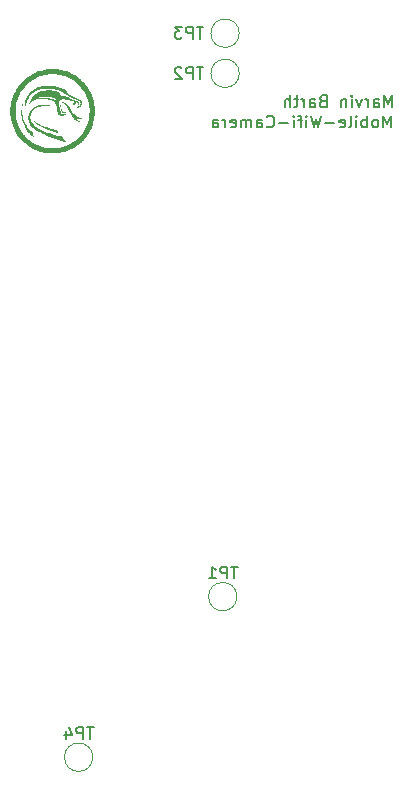
<source format=gbo>
G04 #@! TF.GenerationSoftware,KiCad,Pcbnew,7.0.9*
G04 #@! TF.CreationDate,2024-01-11T22:43:50+01:00*
G04 #@! TF.ProjectId,CameraV1,43616d65-7261-4563-912e-6b696361645f,rev?*
G04 #@! TF.SameCoordinates,Original*
G04 #@! TF.FileFunction,Legend,Bot*
G04 #@! TF.FilePolarity,Positive*
%FSLAX46Y46*%
G04 Gerber Fmt 4.6, Leading zero omitted, Abs format (unit mm)*
G04 Created by KiCad (PCBNEW 7.0.9) date 2024-01-11 22:43:50*
%MOMM*%
%LPD*%
G01*
G04 APERTURE LIST*
G04 Aperture macros list*
%AMRoundRect*
0 Rectangle with rounded corners*
0 $1 Rounding radius*
0 $2 $3 $4 $5 $6 $7 $8 $9 X,Y pos of 4 corners*
0 Add a 4 corners polygon primitive as box body*
4,1,4,$2,$3,$4,$5,$6,$7,$8,$9,$2,$3,0*
0 Add four circle primitives for the rounded corners*
1,1,$1+$1,$2,$3*
1,1,$1+$1,$4,$5*
1,1,$1+$1,$6,$7*
1,1,$1+$1,$8,$9*
0 Add four rect primitives between the rounded corners*
20,1,$1+$1,$2,$3,$4,$5,0*
20,1,$1+$1,$4,$5,$6,$7,0*
20,1,$1+$1,$6,$7,$8,$9,0*
20,1,$1+$1,$8,$9,$2,$3,0*%
G04 Aperture macros list end*
%ADD10C,0.150000*%
%ADD11C,0.120000*%
%ADD12R,1.700000X1.700000*%
%ADD13O,1.700000X1.700000*%
%ADD14C,2.900000*%
%ADD15C,5.000000*%
%ADD16O,1.000000X2.100000*%
%ADD17O,1.000000X1.800000*%
%ADD18RoundRect,0.249999X-1.025001X-1.025001X1.025001X-1.025001X1.025001X1.025001X-1.025001X1.025001X0*%
%ADD19C,2.000000*%
G04 APERTURE END LIST*
D10*
X134463220Y-69469819D02*
X134463220Y-68469819D01*
X134463220Y-68469819D02*
X134129887Y-69184104D01*
X134129887Y-69184104D02*
X133796554Y-68469819D01*
X133796554Y-68469819D02*
X133796554Y-69469819D01*
X133177506Y-69469819D02*
X133272744Y-69422200D01*
X133272744Y-69422200D02*
X133320363Y-69374580D01*
X133320363Y-69374580D02*
X133367982Y-69279342D01*
X133367982Y-69279342D02*
X133367982Y-68993628D01*
X133367982Y-68993628D02*
X133320363Y-68898390D01*
X133320363Y-68898390D02*
X133272744Y-68850771D01*
X133272744Y-68850771D02*
X133177506Y-68803152D01*
X133177506Y-68803152D02*
X133034649Y-68803152D01*
X133034649Y-68803152D02*
X132939411Y-68850771D01*
X132939411Y-68850771D02*
X132891792Y-68898390D01*
X132891792Y-68898390D02*
X132844173Y-68993628D01*
X132844173Y-68993628D02*
X132844173Y-69279342D01*
X132844173Y-69279342D02*
X132891792Y-69374580D01*
X132891792Y-69374580D02*
X132939411Y-69422200D01*
X132939411Y-69422200D02*
X133034649Y-69469819D01*
X133034649Y-69469819D02*
X133177506Y-69469819D01*
X132415601Y-69469819D02*
X132415601Y-68469819D01*
X132415601Y-68850771D02*
X132320363Y-68803152D01*
X132320363Y-68803152D02*
X132129887Y-68803152D01*
X132129887Y-68803152D02*
X132034649Y-68850771D01*
X132034649Y-68850771D02*
X131987030Y-68898390D01*
X131987030Y-68898390D02*
X131939411Y-68993628D01*
X131939411Y-68993628D02*
X131939411Y-69279342D01*
X131939411Y-69279342D02*
X131987030Y-69374580D01*
X131987030Y-69374580D02*
X132034649Y-69422200D01*
X132034649Y-69422200D02*
X132129887Y-69469819D01*
X132129887Y-69469819D02*
X132320363Y-69469819D01*
X132320363Y-69469819D02*
X132415601Y-69422200D01*
X131510839Y-69469819D02*
X131510839Y-68803152D01*
X131510839Y-68469819D02*
X131558458Y-68517438D01*
X131558458Y-68517438D02*
X131510839Y-68565057D01*
X131510839Y-68565057D02*
X131463220Y-68517438D01*
X131463220Y-68517438D02*
X131510839Y-68469819D01*
X131510839Y-68469819D02*
X131510839Y-68565057D01*
X130891792Y-69469819D02*
X130987030Y-69422200D01*
X130987030Y-69422200D02*
X131034649Y-69326961D01*
X131034649Y-69326961D02*
X131034649Y-68469819D01*
X130129887Y-69422200D02*
X130225125Y-69469819D01*
X130225125Y-69469819D02*
X130415601Y-69469819D01*
X130415601Y-69469819D02*
X130510839Y-69422200D01*
X130510839Y-69422200D02*
X130558458Y-69326961D01*
X130558458Y-69326961D02*
X130558458Y-68946009D01*
X130558458Y-68946009D02*
X130510839Y-68850771D01*
X130510839Y-68850771D02*
X130415601Y-68803152D01*
X130415601Y-68803152D02*
X130225125Y-68803152D01*
X130225125Y-68803152D02*
X130129887Y-68850771D01*
X130129887Y-68850771D02*
X130082268Y-68946009D01*
X130082268Y-68946009D02*
X130082268Y-69041247D01*
X130082268Y-69041247D02*
X130558458Y-69136485D01*
X129653696Y-69088866D02*
X128891792Y-69088866D01*
X128510839Y-68469819D02*
X128272744Y-69469819D01*
X128272744Y-69469819D02*
X128082268Y-68755533D01*
X128082268Y-68755533D02*
X127891792Y-69469819D01*
X127891792Y-69469819D02*
X127653697Y-68469819D01*
X127272744Y-69469819D02*
X127272744Y-68803152D01*
X127272744Y-68469819D02*
X127320363Y-68517438D01*
X127320363Y-68517438D02*
X127272744Y-68565057D01*
X127272744Y-68565057D02*
X127225125Y-68517438D01*
X127225125Y-68517438D02*
X127272744Y-68469819D01*
X127272744Y-68469819D02*
X127272744Y-68565057D01*
X126939411Y-68803152D02*
X126558459Y-68803152D01*
X126796554Y-69469819D02*
X126796554Y-68612676D01*
X126796554Y-68612676D02*
X126748935Y-68517438D01*
X126748935Y-68517438D02*
X126653697Y-68469819D01*
X126653697Y-68469819D02*
X126558459Y-68469819D01*
X126225125Y-69469819D02*
X126225125Y-68803152D01*
X126225125Y-68469819D02*
X126272744Y-68517438D01*
X126272744Y-68517438D02*
X126225125Y-68565057D01*
X126225125Y-68565057D02*
X126177506Y-68517438D01*
X126177506Y-68517438D02*
X126225125Y-68469819D01*
X126225125Y-68469819D02*
X126225125Y-68565057D01*
X125748935Y-69088866D02*
X124987031Y-69088866D01*
X123939412Y-69374580D02*
X123987031Y-69422200D01*
X123987031Y-69422200D02*
X124129888Y-69469819D01*
X124129888Y-69469819D02*
X124225126Y-69469819D01*
X124225126Y-69469819D02*
X124367983Y-69422200D01*
X124367983Y-69422200D02*
X124463221Y-69326961D01*
X124463221Y-69326961D02*
X124510840Y-69231723D01*
X124510840Y-69231723D02*
X124558459Y-69041247D01*
X124558459Y-69041247D02*
X124558459Y-68898390D01*
X124558459Y-68898390D02*
X124510840Y-68707914D01*
X124510840Y-68707914D02*
X124463221Y-68612676D01*
X124463221Y-68612676D02*
X124367983Y-68517438D01*
X124367983Y-68517438D02*
X124225126Y-68469819D01*
X124225126Y-68469819D02*
X124129888Y-68469819D01*
X124129888Y-68469819D02*
X123987031Y-68517438D01*
X123987031Y-68517438D02*
X123939412Y-68565057D01*
X123082269Y-69469819D02*
X123082269Y-68946009D01*
X123082269Y-68946009D02*
X123129888Y-68850771D01*
X123129888Y-68850771D02*
X123225126Y-68803152D01*
X123225126Y-68803152D02*
X123415602Y-68803152D01*
X123415602Y-68803152D02*
X123510840Y-68850771D01*
X123082269Y-69422200D02*
X123177507Y-69469819D01*
X123177507Y-69469819D02*
X123415602Y-69469819D01*
X123415602Y-69469819D02*
X123510840Y-69422200D01*
X123510840Y-69422200D02*
X123558459Y-69326961D01*
X123558459Y-69326961D02*
X123558459Y-69231723D01*
X123558459Y-69231723D02*
X123510840Y-69136485D01*
X123510840Y-69136485D02*
X123415602Y-69088866D01*
X123415602Y-69088866D02*
X123177507Y-69088866D01*
X123177507Y-69088866D02*
X123082269Y-69041247D01*
X122606078Y-69469819D02*
X122606078Y-68803152D01*
X122606078Y-68898390D02*
X122558459Y-68850771D01*
X122558459Y-68850771D02*
X122463221Y-68803152D01*
X122463221Y-68803152D02*
X122320364Y-68803152D01*
X122320364Y-68803152D02*
X122225126Y-68850771D01*
X122225126Y-68850771D02*
X122177507Y-68946009D01*
X122177507Y-68946009D02*
X122177507Y-69469819D01*
X122177507Y-68946009D02*
X122129888Y-68850771D01*
X122129888Y-68850771D02*
X122034650Y-68803152D01*
X122034650Y-68803152D02*
X121891793Y-68803152D01*
X121891793Y-68803152D02*
X121796554Y-68850771D01*
X121796554Y-68850771D02*
X121748935Y-68946009D01*
X121748935Y-68946009D02*
X121748935Y-69469819D01*
X120891793Y-69422200D02*
X120987031Y-69469819D01*
X120987031Y-69469819D02*
X121177507Y-69469819D01*
X121177507Y-69469819D02*
X121272745Y-69422200D01*
X121272745Y-69422200D02*
X121320364Y-69326961D01*
X121320364Y-69326961D02*
X121320364Y-68946009D01*
X121320364Y-68946009D02*
X121272745Y-68850771D01*
X121272745Y-68850771D02*
X121177507Y-68803152D01*
X121177507Y-68803152D02*
X120987031Y-68803152D01*
X120987031Y-68803152D02*
X120891793Y-68850771D01*
X120891793Y-68850771D02*
X120844174Y-68946009D01*
X120844174Y-68946009D02*
X120844174Y-69041247D01*
X120844174Y-69041247D02*
X121320364Y-69136485D01*
X120415602Y-69469819D02*
X120415602Y-68803152D01*
X120415602Y-68993628D02*
X120367983Y-68898390D01*
X120367983Y-68898390D02*
X120320364Y-68850771D01*
X120320364Y-68850771D02*
X120225126Y-68803152D01*
X120225126Y-68803152D02*
X120129888Y-68803152D01*
X119367983Y-69469819D02*
X119367983Y-68946009D01*
X119367983Y-68946009D02*
X119415602Y-68850771D01*
X119415602Y-68850771D02*
X119510840Y-68803152D01*
X119510840Y-68803152D02*
X119701316Y-68803152D01*
X119701316Y-68803152D02*
X119796554Y-68850771D01*
X119367983Y-69422200D02*
X119463221Y-69469819D01*
X119463221Y-69469819D02*
X119701316Y-69469819D01*
X119701316Y-69469819D02*
X119796554Y-69422200D01*
X119796554Y-69422200D02*
X119844173Y-69326961D01*
X119844173Y-69326961D02*
X119844173Y-69231723D01*
X119844173Y-69231723D02*
X119796554Y-69136485D01*
X119796554Y-69136485D02*
X119701316Y-69088866D01*
X119701316Y-69088866D02*
X119463221Y-69088866D01*
X119463221Y-69088866D02*
X119367983Y-69041247D01*
X134563220Y-67769819D02*
X134563220Y-66769819D01*
X134563220Y-66769819D02*
X134229887Y-67484104D01*
X134229887Y-67484104D02*
X133896554Y-66769819D01*
X133896554Y-66769819D02*
X133896554Y-67769819D01*
X132991792Y-67769819D02*
X132991792Y-67246009D01*
X132991792Y-67246009D02*
X133039411Y-67150771D01*
X133039411Y-67150771D02*
X133134649Y-67103152D01*
X133134649Y-67103152D02*
X133325125Y-67103152D01*
X133325125Y-67103152D02*
X133420363Y-67150771D01*
X132991792Y-67722200D02*
X133087030Y-67769819D01*
X133087030Y-67769819D02*
X133325125Y-67769819D01*
X133325125Y-67769819D02*
X133420363Y-67722200D01*
X133420363Y-67722200D02*
X133467982Y-67626961D01*
X133467982Y-67626961D02*
X133467982Y-67531723D01*
X133467982Y-67531723D02*
X133420363Y-67436485D01*
X133420363Y-67436485D02*
X133325125Y-67388866D01*
X133325125Y-67388866D02*
X133087030Y-67388866D01*
X133087030Y-67388866D02*
X132991792Y-67341247D01*
X132515601Y-67769819D02*
X132515601Y-67103152D01*
X132515601Y-67293628D02*
X132467982Y-67198390D01*
X132467982Y-67198390D02*
X132420363Y-67150771D01*
X132420363Y-67150771D02*
X132325125Y-67103152D01*
X132325125Y-67103152D02*
X132229887Y-67103152D01*
X131991791Y-67103152D02*
X131753696Y-67769819D01*
X131753696Y-67769819D02*
X131515601Y-67103152D01*
X131134648Y-67769819D02*
X131134648Y-67103152D01*
X131134648Y-66769819D02*
X131182267Y-66817438D01*
X131182267Y-66817438D02*
X131134648Y-66865057D01*
X131134648Y-66865057D02*
X131087029Y-66817438D01*
X131087029Y-66817438D02*
X131134648Y-66769819D01*
X131134648Y-66769819D02*
X131134648Y-66865057D01*
X130658458Y-67103152D02*
X130658458Y-67769819D01*
X130658458Y-67198390D02*
X130610839Y-67150771D01*
X130610839Y-67150771D02*
X130515601Y-67103152D01*
X130515601Y-67103152D02*
X130372744Y-67103152D01*
X130372744Y-67103152D02*
X130277506Y-67150771D01*
X130277506Y-67150771D02*
X130229887Y-67246009D01*
X130229887Y-67246009D02*
X130229887Y-67769819D01*
X128658458Y-67246009D02*
X128515601Y-67293628D01*
X128515601Y-67293628D02*
X128467982Y-67341247D01*
X128467982Y-67341247D02*
X128420363Y-67436485D01*
X128420363Y-67436485D02*
X128420363Y-67579342D01*
X128420363Y-67579342D02*
X128467982Y-67674580D01*
X128467982Y-67674580D02*
X128515601Y-67722200D01*
X128515601Y-67722200D02*
X128610839Y-67769819D01*
X128610839Y-67769819D02*
X128991791Y-67769819D01*
X128991791Y-67769819D02*
X128991791Y-66769819D01*
X128991791Y-66769819D02*
X128658458Y-66769819D01*
X128658458Y-66769819D02*
X128563220Y-66817438D01*
X128563220Y-66817438D02*
X128515601Y-66865057D01*
X128515601Y-66865057D02*
X128467982Y-66960295D01*
X128467982Y-66960295D02*
X128467982Y-67055533D01*
X128467982Y-67055533D02*
X128515601Y-67150771D01*
X128515601Y-67150771D02*
X128563220Y-67198390D01*
X128563220Y-67198390D02*
X128658458Y-67246009D01*
X128658458Y-67246009D02*
X128991791Y-67246009D01*
X127563220Y-67769819D02*
X127563220Y-67246009D01*
X127563220Y-67246009D02*
X127610839Y-67150771D01*
X127610839Y-67150771D02*
X127706077Y-67103152D01*
X127706077Y-67103152D02*
X127896553Y-67103152D01*
X127896553Y-67103152D02*
X127991791Y-67150771D01*
X127563220Y-67722200D02*
X127658458Y-67769819D01*
X127658458Y-67769819D02*
X127896553Y-67769819D01*
X127896553Y-67769819D02*
X127991791Y-67722200D01*
X127991791Y-67722200D02*
X128039410Y-67626961D01*
X128039410Y-67626961D02*
X128039410Y-67531723D01*
X128039410Y-67531723D02*
X127991791Y-67436485D01*
X127991791Y-67436485D02*
X127896553Y-67388866D01*
X127896553Y-67388866D02*
X127658458Y-67388866D01*
X127658458Y-67388866D02*
X127563220Y-67341247D01*
X127087029Y-67769819D02*
X127087029Y-67103152D01*
X127087029Y-67293628D02*
X127039410Y-67198390D01*
X127039410Y-67198390D02*
X126991791Y-67150771D01*
X126991791Y-67150771D02*
X126896553Y-67103152D01*
X126896553Y-67103152D02*
X126801315Y-67103152D01*
X126610838Y-67103152D02*
X126229886Y-67103152D01*
X126467981Y-66769819D02*
X126467981Y-67626961D01*
X126467981Y-67626961D02*
X126420362Y-67722200D01*
X126420362Y-67722200D02*
X126325124Y-67769819D01*
X126325124Y-67769819D02*
X126229886Y-67769819D01*
X125896552Y-67769819D02*
X125896552Y-66769819D01*
X125467981Y-67769819D02*
X125467981Y-67246009D01*
X125467981Y-67246009D02*
X125515600Y-67150771D01*
X125515600Y-67150771D02*
X125610838Y-67103152D01*
X125610838Y-67103152D02*
X125753695Y-67103152D01*
X125753695Y-67103152D02*
X125848933Y-67150771D01*
X125848933Y-67150771D02*
X125896552Y-67198390D01*
X118561904Y-60954819D02*
X117990476Y-60954819D01*
X118276190Y-61954819D02*
X118276190Y-60954819D01*
X117657142Y-61954819D02*
X117657142Y-60954819D01*
X117657142Y-60954819D02*
X117276190Y-60954819D01*
X117276190Y-60954819D02*
X117180952Y-61002438D01*
X117180952Y-61002438D02*
X117133333Y-61050057D01*
X117133333Y-61050057D02*
X117085714Y-61145295D01*
X117085714Y-61145295D02*
X117085714Y-61288152D01*
X117085714Y-61288152D02*
X117133333Y-61383390D01*
X117133333Y-61383390D02*
X117180952Y-61431009D01*
X117180952Y-61431009D02*
X117276190Y-61478628D01*
X117276190Y-61478628D02*
X117657142Y-61478628D01*
X116752380Y-60954819D02*
X116133333Y-60954819D01*
X116133333Y-60954819D02*
X116466666Y-61335771D01*
X116466666Y-61335771D02*
X116323809Y-61335771D01*
X116323809Y-61335771D02*
X116228571Y-61383390D01*
X116228571Y-61383390D02*
X116180952Y-61431009D01*
X116180952Y-61431009D02*
X116133333Y-61526247D01*
X116133333Y-61526247D02*
X116133333Y-61764342D01*
X116133333Y-61764342D02*
X116180952Y-61859580D01*
X116180952Y-61859580D02*
X116228571Y-61907200D01*
X116228571Y-61907200D02*
X116323809Y-61954819D01*
X116323809Y-61954819D02*
X116609523Y-61954819D01*
X116609523Y-61954819D02*
X116704761Y-61907200D01*
X116704761Y-61907200D02*
X116752380Y-61859580D01*
X109261904Y-120256819D02*
X108690476Y-120256819D01*
X108976190Y-121256819D02*
X108976190Y-120256819D01*
X108357142Y-121256819D02*
X108357142Y-120256819D01*
X108357142Y-120256819D02*
X107976190Y-120256819D01*
X107976190Y-120256819D02*
X107880952Y-120304438D01*
X107880952Y-120304438D02*
X107833333Y-120352057D01*
X107833333Y-120352057D02*
X107785714Y-120447295D01*
X107785714Y-120447295D02*
X107785714Y-120590152D01*
X107785714Y-120590152D02*
X107833333Y-120685390D01*
X107833333Y-120685390D02*
X107880952Y-120733009D01*
X107880952Y-120733009D02*
X107976190Y-120780628D01*
X107976190Y-120780628D02*
X108357142Y-120780628D01*
X106928571Y-120590152D02*
X106928571Y-121256819D01*
X107166666Y-120209200D02*
X107404761Y-120923485D01*
X107404761Y-120923485D02*
X106785714Y-120923485D01*
X118561904Y-64354819D02*
X117990476Y-64354819D01*
X118276190Y-65354819D02*
X118276190Y-64354819D01*
X117657142Y-65354819D02*
X117657142Y-64354819D01*
X117657142Y-64354819D02*
X117276190Y-64354819D01*
X117276190Y-64354819D02*
X117180952Y-64402438D01*
X117180952Y-64402438D02*
X117133333Y-64450057D01*
X117133333Y-64450057D02*
X117085714Y-64545295D01*
X117085714Y-64545295D02*
X117085714Y-64688152D01*
X117085714Y-64688152D02*
X117133333Y-64783390D01*
X117133333Y-64783390D02*
X117180952Y-64831009D01*
X117180952Y-64831009D02*
X117276190Y-64878628D01*
X117276190Y-64878628D02*
X117657142Y-64878628D01*
X116704761Y-64450057D02*
X116657142Y-64402438D01*
X116657142Y-64402438D02*
X116561904Y-64354819D01*
X116561904Y-64354819D02*
X116323809Y-64354819D01*
X116323809Y-64354819D02*
X116228571Y-64402438D01*
X116228571Y-64402438D02*
X116180952Y-64450057D01*
X116180952Y-64450057D02*
X116133333Y-64545295D01*
X116133333Y-64545295D02*
X116133333Y-64640533D01*
X116133333Y-64640533D02*
X116180952Y-64783390D01*
X116180952Y-64783390D02*
X116752380Y-65354819D01*
X116752380Y-65354819D02*
X116133333Y-65354819D01*
X121461904Y-106656819D02*
X120890476Y-106656819D01*
X121176190Y-107656819D02*
X121176190Y-106656819D01*
X120557142Y-107656819D02*
X120557142Y-106656819D01*
X120557142Y-106656819D02*
X120176190Y-106656819D01*
X120176190Y-106656819D02*
X120080952Y-106704438D01*
X120080952Y-106704438D02*
X120033333Y-106752057D01*
X120033333Y-106752057D02*
X119985714Y-106847295D01*
X119985714Y-106847295D02*
X119985714Y-106990152D01*
X119985714Y-106990152D02*
X120033333Y-107085390D01*
X120033333Y-107085390D02*
X120080952Y-107133009D01*
X120080952Y-107133009D02*
X120176190Y-107180628D01*
X120176190Y-107180628D02*
X120557142Y-107180628D01*
X119033333Y-107656819D02*
X119604761Y-107656819D01*
X119319047Y-107656819D02*
X119319047Y-106656819D01*
X119319047Y-106656819D02*
X119414285Y-106799676D01*
X119414285Y-106799676D02*
X119509523Y-106894914D01*
X119509523Y-106894914D02*
X119604761Y-106942533D01*
D11*
X121600000Y-61500000D02*
G75*
G03*
X121600000Y-61500000I-1200000J0D01*
G01*
X109200000Y-122800000D02*
G75*
G03*
X109200000Y-122800000I-1200000J0D01*
G01*
X121600000Y-64900000D02*
G75*
G03*
X121600000Y-64900000I-1200000J0D01*
G01*
G36*
X106451121Y-67475797D02*
G01*
X106459166Y-67500292D01*
X106469258Y-67535301D01*
X106480184Y-67576814D01*
X106508461Y-67682128D01*
X106549069Y-67811103D01*
X106591662Y-67921689D01*
X106636236Y-68013878D01*
X106682787Y-68087661D01*
X106692843Y-68101193D01*
X106712296Y-68125000D01*
X106729224Y-68139084D01*
X106749279Y-68147365D01*
X106778111Y-68153762D01*
X106805595Y-68158503D01*
X106851529Y-68165036D01*
X106894890Y-68169883D01*
X106924973Y-68173399D01*
X106953644Y-68179946D01*
X106964239Y-68188110D01*
X106956562Y-68197804D01*
X106949423Y-68200403D01*
X106926446Y-68206108D01*
X106892581Y-68213172D01*
X106852237Y-68220631D01*
X106849633Y-68221081D01*
X106785633Y-68230503D01*
X106728114Y-68235890D01*
X106679956Y-68237160D01*
X106644039Y-68234233D01*
X106623242Y-68227030D01*
X106619196Y-68223667D01*
X106608040Y-68210775D01*
X106596998Y-68191379D01*
X106585178Y-68163180D01*
X106571685Y-68123879D01*
X106555626Y-68071176D01*
X106536108Y-68002771D01*
X106523580Y-67957759D01*
X106502584Y-67880740D01*
X106485952Y-67816927D01*
X106472979Y-67763335D01*
X106462958Y-67716978D01*
X106455184Y-67674868D01*
X106448950Y-67634018D01*
X106444290Y-67594891D01*
X106440818Y-67552429D01*
X106439281Y-67514978D01*
X106439725Y-67485884D01*
X106442193Y-67468495D01*
X106446731Y-67466158D01*
X106451121Y-67475797D01*
G37*
G36*
X107807034Y-67396398D02*
G01*
X107822021Y-67413841D01*
X107827926Y-67423225D01*
X107827192Y-67426152D01*
X107816465Y-67441162D01*
X107796071Y-67461978D01*
X107770034Y-67484729D01*
X107742375Y-67505545D01*
X107732552Y-67512185D01*
X107682200Y-67542698D01*
X107633688Y-67564601D01*
X107577907Y-67582135D01*
X107575973Y-67582643D01*
X107544920Y-67588878D01*
X107507233Y-67593883D01*
X107467077Y-67597447D01*
X107428616Y-67599354D01*
X107396012Y-67599394D01*
X107373431Y-67597353D01*
X107365035Y-67593019D01*
X107366089Y-67590855D01*
X107378391Y-67581225D01*
X107400048Y-67569365D01*
X107423393Y-67555344D01*
X107522348Y-67555344D01*
X107523049Y-67559437D01*
X107528192Y-67561738D01*
X107540909Y-67558472D01*
X107564198Y-67548736D01*
X107601057Y-67531627D01*
X107615431Y-67524635D01*
X107665193Y-67496990D01*
X107706456Y-67468676D01*
X107737542Y-67441346D01*
X107756773Y-67416655D01*
X107762473Y-67396258D01*
X107752963Y-67381809D01*
X107744655Y-67380035D01*
X107725072Y-67385534D01*
X107705385Y-67398223D01*
X107693329Y-67413933D01*
X107693020Y-67414699D01*
X107681782Y-67429450D01*
X107659908Y-67451007D01*
X107631604Y-67475831D01*
X107601071Y-67500383D01*
X107572514Y-67521122D01*
X107550137Y-67534509D01*
X107548078Y-67535512D01*
X107529838Y-67546608D01*
X107522348Y-67555344D01*
X107423393Y-67555344D01*
X107436506Y-67547468D01*
X107487866Y-67501180D01*
X107536506Y-67438917D01*
X107581116Y-67362176D01*
X107592087Y-67341526D01*
X107605290Y-67319580D01*
X107613819Y-67308973D01*
X107621552Y-67307531D01*
X107644476Y-67311482D01*
X107676055Y-67321657D01*
X107711708Y-67336131D01*
X107746855Y-67352978D01*
X107776914Y-67370273D01*
X107797303Y-67386091D01*
X107806902Y-67396258D01*
X107807034Y-67396398D01*
G37*
G36*
X104153050Y-68869949D02*
G01*
X104177981Y-68887679D01*
X104209606Y-68912976D01*
X104270687Y-68962178D01*
X104332020Y-69007277D01*
X104396248Y-69049720D01*
X104466991Y-69091772D01*
X104547871Y-69135698D01*
X104642508Y-69183763D01*
X104721345Y-69222000D01*
X104827319Y-69270711D01*
X104936333Y-69317592D01*
X105050896Y-69363611D01*
X105173516Y-69409732D01*
X105306702Y-69456923D01*
X105452961Y-69506150D01*
X105614801Y-69558379D01*
X105619076Y-69559719D01*
X105649109Y-69568742D01*
X105691815Y-69581165D01*
X105744148Y-69596139D01*
X105803058Y-69612813D01*
X105865499Y-69630338D01*
X105928423Y-69647865D01*
X105988781Y-69664544D01*
X106043525Y-69679525D01*
X106089609Y-69691959D01*
X106123983Y-69700996D01*
X106143600Y-69705787D01*
X106143743Y-69705817D01*
X106155733Y-69711522D01*
X106170252Y-69725080D01*
X106188948Y-69748560D01*
X106213468Y-69784026D01*
X106245460Y-69833545D01*
X106261186Y-69858404D01*
X106286166Y-69898102D01*
X106306522Y-69930724D01*
X106320483Y-69953420D01*
X106326273Y-69963342D01*
X106324856Y-69968075D01*
X106312604Y-69969139D01*
X106288195Y-69965430D01*
X106250743Y-69956717D01*
X106199362Y-69942775D01*
X106133167Y-69923374D01*
X106051271Y-69898288D01*
X105952789Y-69867289D01*
X105753976Y-69801794D01*
X105508386Y-69713667D01*
X105280718Y-69623203D01*
X105070702Y-69530272D01*
X104878068Y-69434747D01*
X104702545Y-69336499D01*
X104543863Y-69235400D01*
X104401750Y-69131321D01*
X104376071Y-69110253D01*
X104338253Y-69077135D01*
X104297888Y-69039946D01*
X104257316Y-69001029D01*
X104218875Y-68962725D01*
X104184906Y-68927376D01*
X104157746Y-68897323D01*
X104139735Y-68874907D01*
X104133212Y-68862472D01*
X104137371Y-68861477D01*
X104153050Y-68869949D01*
G37*
G36*
X103278765Y-67444114D02*
G01*
X103275264Y-67475070D01*
X103267680Y-67523025D01*
X103259548Y-67574105D01*
X103244500Y-67695343D01*
X103233597Y-67824208D01*
X103227045Y-67955620D01*
X103225050Y-68084496D01*
X103227819Y-68205754D01*
X103235558Y-68314312D01*
X103238999Y-68345687D01*
X103268345Y-68530192D01*
X103312520Y-68712292D01*
X103370563Y-68889354D01*
X103441514Y-69058745D01*
X103524414Y-69217832D01*
X103618301Y-69363981D01*
X103659892Y-69419694D01*
X103735284Y-69511388D01*
X103817726Y-69602217D01*
X103902299Y-69686857D01*
X103984085Y-69759981D01*
X103989122Y-69764176D01*
X104030528Y-69798893D01*
X104060451Y-69825467D01*
X104081319Y-69847340D01*
X104095555Y-69867952D01*
X104105586Y-69890742D01*
X104113838Y-69919150D01*
X104122737Y-69956617D01*
X104129951Y-69987396D01*
X104143356Y-70043797D01*
X104157782Y-70103785D01*
X104171148Y-70158663D01*
X104171367Y-70159556D01*
X104181729Y-70202441D01*
X104190206Y-70238808D01*
X104195930Y-70264843D01*
X104198031Y-70276727D01*
X104197931Y-70278741D01*
X104192497Y-70284945D01*
X104177910Y-70279676D01*
X104152974Y-70262280D01*
X104116491Y-70232100D01*
X104093952Y-70212120D01*
X104051779Y-70173048D01*
X104003804Y-70127127D01*
X103953935Y-70078209D01*
X103906085Y-70030146D01*
X103864162Y-69986788D01*
X103832077Y-69951987D01*
X103799949Y-69915137D01*
X103661145Y-69741732D01*
X103540007Y-69564767D01*
X103435922Y-69382954D01*
X103348275Y-69195008D01*
X103276453Y-68999644D01*
X103219842Y-68795576D01*
X103177827Y-68581517D01*
X103174507Y-68560177D01*
X103167943Y-68513067D01*
X103163150Y-68468336D01*
X103159878Y-68421806D01*
X103157876Y-68369299D01*
X103156892Y-68306636D01*
X103156676Y-68229639D01*
X103156681Y-68225749D01*
X103158083Y-68118509D01*
X103162327Y-68022570D01*
X103170028Y-67932163D01*
X103181803Y-67841518D01*
X103198269Y-67744865D01*
X103220041Y-67636435D01*
X103223119Y-67622034D01*
X103236808Y-67561117D01*
X103249262Y-67510418D01*
X103260074Y-67470908D01*
X103268837Y-67443554D01*
X103275145Y-67429324D01*
X103278589Y-67429188D01*
X103278765Y-67444114D01*
G37*
G36*
X106602980Y-67311420D02*
G01*
X106652974Y-67323581D01*
X106711654Y-67341485D01*
X106736657Y-67350299D01*
X106822613Y-67389234D01*
X106905684Y-67441093D01*
X106987085Y-67506940D01*
X107068029Y-67587840D01*
X107149728Y-67684856D01*
X107233396Y-67799052D01*
X107235983Y-67802796D01*
X107262340Y-67840874D01*
X107288983Y-67879258D01*
X107310514Y-67910171D01*
X107312463Y-67912963D01*
X107334828Y-67945046D01*
X107361750Y-67983741D01*
X107387829Y-68021291D01*
X107465141Y-68129376D01*
X107558965Y-68250558D01*
X107649386Y-68355433D01*
X107737315Y-68444845D01*
X107823666Y-68519641D01*
X107909350Y-68580666D01*
X107995279Y-68628764D01*
X108082366Y-68664780D01*
X108091133Y-68667621D01*
X108126486Y-68677445D01*
X108170105Y-68687959D01*
X108214528Y-68697325D01*
X108236038Y-68701686D01*
X108269018Y-68709323D01*
X108291727Y-68715874D01*
X108300182Y-68720270D01*
X108297357Y-68722397D01*
X108280274Y-68727903D01*
X108251159Y-68734794D01*
X108213995Y-68742061D01*
X108211495Y-68742502D01*
X108151643Y-68750502D01*
X108084932Y-68755408D01*
X108016383Y-68757197D01*
X107951015Y-68755848D01*
X107893847Y-68751339D01*
X107849901Y-68743649D01*
X107826059Y-68737891D01*
X107803500Y-68733591D01*
X107793447Y-68733288D01*
X107796855Y-68740986D01*
X107812874Y-68756581D01*
X107838684Y-68777664D01*
X107871328Y-68801945D01*
X107907852Y-68827133D01*
X107945298Y-68850937D01*
X107951173Y-68854474D01*
X108049092Y-68907892D01*
X108144322Y-68949651D01*
X108234081Y-68978679D01*
X108315592Y-68993901D01*
X108354084Y-68998634D01*
X108379522Y-69003725D01*
X108386817Y-69008573D01*
X108375844Y-69013085D01*
X108346482Y-69017168D01*
X108340978Y-69017711D01*
X108316964Y-69019745D01*
X108295932Y-69020377D01*
X108273634Y-69019271D01*
X108245821Y-69016092D01*
X108208244Y-69010504D01*
X108156653Y-69002171D01*
X108131845Y-68997784D01*
X108051945Y-68979891D01*
X107971110Y-68956808D01*
X107895820Y-68930517D01*
X107832556Y-68903001D01*
X107778958Y-68874282D01*
X107727494Y-68841714D01*
X107679434Y-68805027D01*
X107633655Y-68762760D01*
X107589035Y-68713453D01*
X107544450Y-68655645D01*
X107498777Y-68587875D01*
X107450894Y-68508683D01*
X107399677Y-68416608D01*
X107344002Y-68310191D01*
X107282748Y-68187969D01*
X107276890Y-68176103D01*
X107221079Y-68064332D01*
X107171415Y-67967635D01*
X107126833Y-67884247D01*
X107086267Y-67812400D01*
X107048652Y-67750332D01*
X107012921Y-67696274D01*
X106978009Y-67648464D01*
X106942850Y-67605134D01*
X106906378Y-67564519D01*
X106829340Y-67491144D01*
X106740716Y-67423844D01*
X106648732Y-67370000D01*
X106556914Y-67331958D01*
X106549800Y-67329424D01*
X106531955Y-67319739D01*
X106528072Y-67311018D01*
X106537905Y-67305800D01*
X106563886Y-67305371D01*
X106602980Y-67311420D01*
G37*
G36*
X105212341Y-67565413D02*
G01*
X105292790Y-67569555D01*
X105360153Y-67576309D01*
X105384291Y-67579643D01*
X105462579Y-67590964D01*
X105538414Y-67602656D01*
X105609143Y-67614259D01*
X105672114Y-67625311D01*
X105724677Y-67635354D01*
X105764178Y-67643926D01*
X105787967Y-67650567D01*
X105791378Y-67651826D01*
X105807590Y-67658316D01*
X105813094Y-67662127D01*
X105806365Y-67663259D01*
X105785880Y-67661713D01*
X105750117Y-67657489D01*
X105697552Y-67650586D01*
X105656319Y-67646304D01*
X105595117Y-67642284D01*
X105522289Y-67639202D01*
X105441494Y-67637083D01*
X105356392Y-67635951D01*
X105270644Y-67635831D01*
X105187909Y-67636745D01*
X105111848Y-67638719D01*
X105046120Y-67641777D01*
X104994386Y-67645942D01*
X104842573Y-67667768D01*
X104688969Y-67702281D01*
X104548252Y-67747736D01*
X104421118Y-67803867D01*
X104308261Y-67870407D01*
X104210377Y-67947088D01*
X104135303Y-68022550D01*
X104066605Y-68111131D01*
X104012089Y-68207000D01*
X103970818Y-68312159D01*
X103941853Y-68428613D01*
X103924256Y-68558367D01*
X103923480Y-68568726D01*
X103925085Y-68645902D01*
X103937892Y-68731526D01*
X103960770Y-68821049D01*
X103992590Y-68909918D01*
X104032225Y-68993584D01*
X104056651Y-69035504D01*
X104124482Y-69131185D01*
X104208724Y-69227187D01*
X104308003Y-69322249D01*
X104420942Y-69415111D01*
X104546166Y-69504513D01*
X104682301Y-69589194D01*
X104830546Y-69669785D01*
X104998653Y-69750804D01*
X105180826Y-69829400D01*
X105374821Y-69904788D01*
X105578393Y-69976180D01*
X105789298Y-70042791D01*
X106005291Y-70103835D01*
X106224129Y-70158525D01*
X106443565Y-70206076D01*
X106450842Y-70207529D01*
X106496909Y-70216767D01*
X106537139Y-70224891D01*
X106567420Y-70231069D01*
X106583647Y-70234469D01*
X106586545Y-70235558D01*
X106603950Y-70249110D01*
X106631000Y-70276999D01*
X106667057Y-70318470D01*
X106711481Y-70372770D01*
X106763633Y-70439146D01*
X106822876Y-70516843D01*
X106823933Y-70518246D01*
X106854472Y-70558319D01*
X106883864Y-70596093D01*
X106908814Y-70627376D01*
X106926024Y-70647978D01*
X106934844Y-70658273D01*
X106953949Y-70682621D01*
X106966313Y-70701222D01*
X106969528Y-70707599D01*
X106970917Y-70718167D01*
X106958764Y-70720561D01*
X106952686Y-70719893D01*
X106928002Y-70714517D01*
X106888455Y-70704215D01*
X106835888Y-70689538D01*
X106772148Y-70671040D01*
X106699079Y-70649274D01*
X106618525Y-70624792D01*
X106532332Y-70598146D01*
X106442345Y-70569889D01*
X106350408Y-70540575D01*
X106258367Y-70510755D01*
X106224028Y-70499476D01*
X106102795Y-70458777D01*
X105979306Y-70416062D01*
X105856417Y-70372385D01*
X105736982Y-70328796D01*
X105623857Y-70286348D01*
X105519897Y-70246093D01*
X105427958Y-70209084D01*
X105350893Y-70176371D01*
X105242059Y-70128107D01*
X105102645Y-70064864D01*
X104977317Y-70006078D01*
X104864108Y-69950733D01*
X104761051Y-69897809D01*
X104666180Y-69846290D01*
X104577527Y-69795158D01*
X104493126Y-69743395D01*
X104411010Y-69689982D01*
X104292456Y-69607062D01*
X104177377Y-69517074D01*
X104078346Y-69427628D01*
X103994230Y-69337210D01*
X103923899Y-69244310D01*
X103866218Y-69147416D01*
X103820057Y-69045014D01*
X103784283Y-68935595D01*
X103757763Y-68817645D01*
X103752240Y-68778674D01*
X103747147Y-68713024D01*
X103745148Y-68640247D01*
X103746244Y-68566689D01*
X103750435Y-68498697D01*
X103757721Y-68442618D01*
X103772158Y-68376168D01*
X103813541Y-68248394D01*
X103871103Y-68129481D01*
X103944637Y-68019717D01*
X104033934Y-67919390D01*
X104138787Y-67828786D01*
X104258989Y-67748195D01*
X104276262Y-67738201D01*
X104371481Y-67690253D01*
X104474883Y-67650148D01*
X104589733Y-67616758D01*
X104719294Y-67588952D01*
X104774423Y-67580738D01*
X104851468Y-67573171D01*
X104938372Y-67567764D01*
X105030544Y-67564608D01*
X105123397Y-67563794D01*
X105212341Y-67565413D01*
G37*
G36*
X105433193Y-65940932D02*
G01*
X105523549Y-65943258D01*
X105610460Y-65946911D01*
X105690726Y-65951853D01*
X105761146Y-65958046D01*
X105818520Y-65965453D01*
X105827212Y-65966850D01*
X105881921Y-65975655D01*
X105941083Y-65985191D01*
X105993329Y-65993626D01*
X106070921Y-66007744D01*
X106161749Y-66027445D01*
X106256729Y-66050855D01*
X106353063Y-66077104D01*
X106447954Y-66105321D01*
X106538603Y-66134636D01*
X106622212Y-66164178D01*
X106695984Y-66193077D01*
X106757120Y-66220462D01*
X106802822Y-66245464D01*
X106807227Y-66248522D01*
X106828952Y-66266620D01*
X106859875Y-66295195D01*
X106897468Y-66331801D01*
X106939202Y-66373992D01*
X106982549Y-66419322D01*
X107055512Y-66495771D01*
X107135822Y-66576384D01*
X107208105Y-66644421D01*
X107273919Y-66701213D01*
X107334819Y-66748092D01*
X107392364Y-66786390D01*
X107448110Y-66817438D01*
X107459144Y-66822962D01*
X107481117Y-66833715D01*
X107504129Y-66844521D01*
X107530480Y-66856373D01*
X107562474Y-66870262D01*
X107602410Y-66887180D01*
X107652590Y-66908119D01*
X107715315Y-66934071D01*
X107792886Y-66966027D01*
X107799156Y-66968620D01*
X107860966Y-66995376D01*
X107926964Y-67025766D01*
X107992878Y-67057677D01*
X108054436Y-67088995D01*
X108107365Y-67117608D01*
X108147393Y-67141401D01*
X108163567Y-67152199D01*
X108210920Y-67188168D01*
X108253919Y-67226858D01*
X108288566Y-67264462D01*
X108310863Y-67297170D01*
X108324778Y-67339571D01*
X108327512Y-67395388D01*
X108316882Y-67456155D01*
X108293194Y-67518042D01*
X108266149Y-67563126D01*
X108224186Y-67616788D01*
X108173417Y-67670084D01*
X108117876Y-67718406D01*
X108093698Y-67736319D01*
X108053843Y-67762882D01*
X108010389Y-67789201D01*
X107966083Y-67813892D01*
X107923672Y-67835571D01*
X107885904Y-67852853D01*
X107855525Y-67864356D01*
X107835283Y-67868695D01*
X107827926Y-67864485D01*
X107828420Y-67863291D01*
X107836740Y-67851212D01*
X107853205Y-67829550D01*
X107875045Y-67801980D01*
X107877421Y-67799018D01*
X107903391Y-67765277D01*
X107927224Y-67732164D01*
X107944028Y-67706453D01*
X107956928Y-67687539D01*
X107979511Y-67667780D01*
X108012951Y-67652723D01*
X108017588Y-67650998D01*
X108060453Y-67625899D01*
X108097971Y-67585470D01*
X108131582Y-67528199D01*
X108132037Y-67527267D01*
X108145519Y-67504707D01*
X108154575Y-67499905D01*
X108158532Y-67512489D01*
X108156719Y-67542089D01*
X108154947Y-67563385D01*
X108157106Y-67573465D01*
X108163275Y-67567331D01*
X108172731Y-67545814D01*
X108184756Y-67509746D01*
X108195871Y-67462163D01*
X108196712Y-67414660D01*
X108183355Y-67372464D01*
X108154600Y-67332092D01*
X108109252Y-67290059D01*
X108086490Y-67273374D01*
X108040989Y-67245112D01*
X107983561Y-67213500D01*
X107917472Y-67180230D01*
X107845985Y-67146993D01*
X107772366Y-67115482D01*
X107743533Y-67103696D01*
X107693622Y-67083293D01*
X107639478Y-67061161D01*
X107588643Y-67040381D01*
X107570973Y-67033110D01*
X107507927Y-67006143D01*
X107449406Y-66979092D01*
X107392143Y-66950182D01*
X107332867Y-66917636D01*
X107268310Y-66879677D01*
X107195204Y-66834529D01*
X107110281Y-66780416D01*
X107102921Y-66775709D01*
X107069640Y-66754832D01*
X107029599Y-66730147D01*
X106989902Y-66706042D01*
X106987099Y-66704349D01*
X106954642Y-66684178D01*
X106911012Y-66656360D01*
X106859968Y-66623325D01*
X106805268Y-66587503D01*
X106750670Y-66551324D01*
X106694950Y-66514452D01*
X106627062Y-66470956D01*
X106566813Y-66434915D01*
X106510965Y-66405007D01*
X106456283Y-66379910D01*
X106399528Y-66358304D01*
X106337465Y-66338865D01*
X106266857Y-66320274D01*
X106184467Y-66301207D01*
X106087058Y-66280343D01*
X106085514Y-66280020D01*
X105946354Y-66252653D01*
X105818659Y-66231574D01*
X105696764Y-66216185D01*
X105575003Y-66205888D01*
X105447711Y-66200084D01*
X105309223Y-66198175D01*
X105289867Y-66198193D01*
X105148716Y-66201122D01*
X105021380Y-66209378D01*
X104904235Y-66223497D01*
X104793655Y-66244016D01*
X104686015Y-66271471D01*
X104577689Y-66306399D01*
X104558696Y-66313358D01*
X104507331Y-66333932D01*
X104450627Y-66358583D01*
X104392345Y-66385497D01*
X104336245Y-66412862D01*
X104286088Y-66438863D01*
X104245635Y-66461689D01*
X104218646Y-66479524D01*
X104216585Y-66481116D01*
X104195173Y-66497387D01*
X104165458Y-66519688D01*
X104133212Y-66543682D01*
X104084980Y-66581810D01*
X103996745Y-66663274D01*
X103910711Y-66756948D01*
X103830118Y-66858901D01*
X103758203Y-66965199D01*
X103698206Y-67071910D01*
X103691250Y-67085978D01*
X103643202Y-67193919D01*
X103598432Y-67312538D01*
X103558987Y-67435531D01*
X103526913Y-67556591D01*
X103504258Y-67669413D01*
X103502051Y-67683090D01*
X103488945Y-67767366D01*
X103478955Y-67838862D01*
X103471593Y-67902262D01*
X103466371Y-67962251D01*
X103462802Y-68023515D01*
X103460397Y-68090740D01*
X103458985Y-68134824D01*
X103456920Y-68183974D01*
X103454664Y-68224541D01*
X103452408Y-68253212D01*
X103450341Y-68266679D01*
X103449364Y-68267299D01*
X103446032Y-68257050D01*
X103441736Y-68232345D01*
X103436922Y-68196025D01*
X103432042Y-68150930D01*
X103425811Y-68063704D01*
X103422875Y-67955826D01*
X103423896Y-67840505D01*
X103428631Y-67722041D01*
X103436837Y-67604731D01*
X103448273Y-67492876D01*
X103462695Y-67390772D01*
X103479863Y-67302720D01*
X103496846Y-67234892D01*
X103552092Y-67062559D01*
X103622117Y-66900519D01*
X103706543Y-66749333D01*
X103804993Y-66609562D01*
X103917088Y-66481764D01*
X104042450Y-66366502D01*
X104180700Y-66264334D01*
X104187310Y-66259989D01*
X104304182Y-66189219D01*
X104424954Y-66127894D01*
X104552456Y-66074955D01*
X104689519Y-66029339D01*
X104838972Y-65989986D01*
X105003646Y-65955834D01*
X105041740Y-65950524D01*
X105101319Y-65945650D01*
X105173454Y-65942292D01*
X105254945Y-65940411D01*
X105342591Y-65939970D01*
X105433193Y-65940932D01*
G37*
G36*
X107472198Y-67070438D02*
G01*
X107566602Y-67110160D01*
X107647357Y-67142791D01*
X107729148Y-67175836D01*
X107810738Y-67211522D01*
X107877683Y-67244555D01*
X107931769Y-67275989D01*
X107974782Y-67306876D01*
X108008505Y-67338270D01*
X108034726Y-67371222D01*
X108049781Y-67396344D01*
X108057463Y-67421599D01*
X108057179Y-67451949D01*
X108056372Y-67457985D01*
X108048817Y-67485461D01*
X108036210Y-67515732D01*
X108021209Y-67543685D01*
X108006474Y-67564207D01*
X107994664Y-67572184D01*
X107991925Y-67569209D01*
X107986840Y-67552685D01*
X107982515Y-67526508D01*
X107971073Y-67480871D01*
X107942821Y-67428320D01*
X107901546Y-67383390D01*
X107867941Y-67359309D01*
X107819383Y-67332999D01*
X107757889Y-67306623D01*
X107682673Y-67279942D01*
X107592948Y-67252721D01*
X107487929Y-67224722D01*
X107366828Y-67195708D01*
X107228861Y-67165443D01*
X107073241Y-67133689D01*
X107024920Y-67125147D01*
X106948233Y-67114874D01*
X106867472Y-67107333D01*
X106785829Y-67102583D01*
X106706490Y-67100681D01*
X106632646Y-67101686D01*
X106567486Y-67105658D01*
X106514200Y-67112653D01*
X106475975Y-67122732D01*
X106425213Y-67151954D01*
X106386012Y-67194782D01*
X106360816Y-67248987D01*
X106360055Y-67251611D01*
X106349564Y-67308871D01*
X106345710Y-67380535D01*
X106348046Y-67464047D01*
X106356124Y-67556848D01*
X106369498Y-67656380D01*
X106387721Y-67760083D01*
X106410346Y-67865400D01*
X106436927Y-67969772D01*
X106467016Y-68070641D01*
X106500167Y-68165449D01*
X106535932Y-68251636D01*
X106551262Y-68285176D01*
X106565783Y-68313546D01*
X106580443Y-68333569D01*
X106598305Y-68346695D01*
X106622432Y-68354378D01*
X106655888Y-68358068D01*
X106701734Y-68359218D01*
X106763033Y-68359278D01*
X106804372Y-68359557D01*
X106850647Y-68360627D01*
X106887423Y-68362358D01*
X106911694Y-68364598D01*
X106920452Y-68367196D01*
X106913910Y-68378504D01*
X106893387Y-68396053D01*
X106862206Y-68417040D01*
X106823779Y-68439586D01*
X106781515Y-68461807D01*
X106738824Y-68481822D01*
X106699117Y-68497750D01*
X106665804Y-68507709D01*
X106641825Y-68510996D01*
X106604205Y-68512820D01*
X106565056Y-68512068D01*
X106550087Y-68510975D01*
X106519259Y-68506597D01*
X106488916Y-68498202D01*
X106453547Y-68484052D01*
X106407637Y-68462408D01*
X106402574Y-68459928D01*
X106359404Y-68438327D01*
X106326429Y-68419492D01*
X106301667Y-68400433D01*
X106283134Y-68378165D01*
X106268848Y-68349698D01*
X106256825Y-68312045D01*
X106245083Y-68262218D01*
X106231638Y-68197229D01*
X106221967Y-68149701D01*
X106207804Y-68080411D01*
X106196081Y-68023760D01*
X106186030Y-67976261D01*
X106176883Y-67934425D01*
X106167871Y-67894766D01*
X106158226Y-67853796D01*
X106147179Y-67808028D01*
X106133961Y-67753976D01*
X106132778Y-67749158D01*
X106097084Y-67608752D01*
X106061728Y-67479032D01*
X106027755Y-67363835D01*
X106012729Y-67327033D01*
X105979263Y-67282385D01*
X105931574Y-67249206D01*
X105924624Y-67245902D01*
X105892663Y-67232933D01*
X105848800Y-67217131D01*
X105797585Y-67199950D01*
X105743566Y-67182844D01*
X105691292Y-67167266D01*
X105645311Y-67154669D01*
X105610171Y-67146507D01*
X105585389Y-67141442D01*
X105551419Y-67133729D01*
X105526832Y-67127244D01*
X105513421Y-67123366D01*
X105453922Y-67109671D01*
X105380582Y-67097021D01*
X105297069Y-67085861D01*
X105207050Y-67076639D01*
X105114193Y-67069800D01*
X105022165Y-67065791D01*
X104931110Y-67064475D01*
X104762057Y-67069072D01*
X104607216Y-67083481D01*
X104465424Y-67107986D01*
X104335514Y-67142869D01*
X104216324Y-67188413D01*
X104106689Y-67244901D01*
X104005444Y-67312615D01*
X103967839Y-67342058D01*
X103922078Y-67382592D01*
X103881270Y-67425955D01*
X103841156Y-67476798D01*
X103797475Y-67539774D01*
X103793507Y-67545728D01*
X103771351Y-67577749D01*
X103756779Y-67595905D01*
X103749792Y-67599692D01*
X103750393Y-67588607D01*
X103758584Y-67562143D01*
X103774365Y-67519797D01*
X103797738Y-67461065D01*
X103859010Y-67320147D01*
X103947360Y-67147819D01*
X103996413Y-67068620D01*
X104263205Y-67068620D01*
X104276139Y-67069086D01*
X104304898Y-67063140D01*
X104349001Y-67050575D01*
X104363094Y-67046244D01*
X104434445Y-67025220D01*
X104499386Y-67008112D01*
X104561030Y-66994537D01*
X104622493Y-66984109D01*
X104686887Y-66976444D01*
X104757326Y-66971158D01*
X104836925Y-66967866D01*
X104928797Y-66966183D01*
X105036055Y-66965725D01*
X105067338Y-66965751D01*
X105151346Y-66966098D01*
X105220281Y-66966930D01*
X105276735Y-66968355D01*
X105323302Y-66970482D01*
X105362574Y-66973419D01*
X105397143Y-66977275D01*
X105429603Y-66982157D01*
X105522562Y-66998462D01*
X105658208Y-67025193D01*
X105781544Y-67053585D01*
X105896389Y-67084542D01*
X106006560Y-67118971D01*
X106026071Y-67125457D01*
X106058684Y-67136125D01*
X106081910Y-67143484D01*
X106091668Y-67146227D01*
X106091752Y-67146226D01*
X106098121Y-67140742D01*
X106103742Y-67122583D01*
X106109522Y-67088842D01*
X106115826Y-67045347D01*
X106080607Y-67035977D01*
X106076944Y-67035003D01*
X105927698Y-66996584D01*
X105792635Y-66964509D01*
X105668849Y-66938161D01*
X105553437Y-66916920D01*
X105443492Y-66900166D01*
X105422142Y-66897645D01*
X105364753Y-66893173D01*
X105295420Y-66890085D01*
X105217524Y-66888338D01*
X105134447Y-66887885D01*
X105049571Y-66888683D01*
X104966279Y-66890685D01*
X104887953Y-66893848D01*
X104817974Y-66898125D01*
X104759725Y-66903472D01*
X104716588Y-66909844D01*
X104653435Y-66923369D01*
X104528598Y-66955908D01*
X104414152Y-66993713D01*
X104314054Y-67035549D01*
X104286742Y-67049280D01*
X104266579Y-67061949D01*
X104263205Y-67068620D01*
X103996413Y-67068620D01*
X104043774Y-66992152D01*
X104148263Y-66853134D01*
X104260835Y-66730757D01*
X104381499Y-66625008D01*
X104510263Y-66535878D01*
X104647138Y-66463355D01*
X104698274Y-66441675D01*
X104760326Y-66419738D01*
X104827208Y-66400976D01*
X104901199Y-66384968D01*
X104984579Y-66371292D01*
X105079628Y-66359527D01*
X105188626Y-66349250D01*
X105313853Y-66340041D01*
X105426372Y-66335569D01*
X105552409Y-66336693D01*
X105679985Y-66343626D01*
X105806267Y-66355963D01*
X105928426Y-66373296D01*
X106043628Y-66395219D01*
X106149044Y-66421326D01*
X106241841Y-66451209D01*
X106319188Y-66484462D01*
X106337598Y-66494713D01*
X106357233Y-66508589D01*
X106364856Y-66518414D01*
X106365478Y-66522589D01*
X106371699Y-66541608D01*
X106382441Y-66566872D01*
X106393440Y-66591009D01*
X106409594Y-66627479D01*
X106425707Y-66664710D01*
X106426707Y-66667049D01*
X106447613Y-66713495D01*
X106467378Y-66748960D01*
X106488801Y-66774808D01*
X106514684Y-66792405D01*
X106547828Y-66803115D01*
X106591034Y-66808305D01*
X106647103Y-66809338D01*
X106718836Y-66807582D01*
X106878782Y-66802223D01*
X107031571Y-66873256D01*
X107135908Y-66921347D01*
X107253970Y-66974771D01*
X107367027Y-67024888D01*
X107414265Y-67045347D01*
X107472198Y-67070438D01*
G37*
G36*
X109381949Y-68256224D02*
G01*
X109379309Y-68337378D01*
X109375385Y-68407753D01*
X109370179Y-68463501D01*
X109342514Y-68655714D01*
X109299669Y-68877951D01*
X109246047Y-69089349D01*
X109180811Y-69292769D01*
X109103125Y-69491070D01*
X109012153Y-69687112D01*
X108995275Y-69720771D01*
X108961654Y-69786803D01*
X108932486Y-69842111D01*
X108905404Y-69890888D01*
X108878042Y-69937326D01*
X108848035Y-69985618D01*
X108813016Y-70039956D01*
X108805691Y-70051155D01*
X108777076Y-70094347D01*
X108747029Y-70138982D01*
X108717494Y-70182247D01*
X108690417Y-70221328D01*
X108667741Y-70253413D01*
X108651411Y-70275690D01*
X108643372Y-70285345D01*
X108637031Y-70292124D01*
X108622264Y-70310232D01*
X108603308Y-70334788D01*
X108579517Y-70364917D01*
X108536536Y-70415642D01*
X108484741Y-70473771D01*
X108426961Y-70536341D01*
X108366029Y-70600388D01*
X108304775Y-70662949D01*
X108246031Y-70721060D01*
X108192626Y-70771757D01*
X108147393Y-70812076D01*
X107979430Y-70946171D01*
X107788977Y-71080551D01*
X107590424Y-71203848D01*
X107387606Y-71313687D01*
X107184360Y-71407697D01*
X107176372Y-71411052D01*
X107000989Y-71477801D01*
X106813251Y-71537166D01*
X106618027Y-71588002D01*
X106420185Y-71629163D01*
X106224596Y-71659503D01*
X106036128Y-71677877D01*
X106001135Y-71679363D01*
X105945741Y-71680150D01*
X105878676Y-71679981D01*
X105803631Y-71678954D01*
X105724300Y-71677171D01*
X105644373Y-71674731D01*
X105567544Y-71671735D01*
X105497505Y-71668283D01*
X105437947Y-71664475D01*
X105392563Y-71660411D01*
X105323389Y-71651767D01*
X105198939Y-71632330D01*
X105071060Y-71607928D01*
X104943410Y-71579460D01*
X104819645Y-71547827D01*
X104703424Y-71513926D01*
X104598403Y-71478659D01*
X104508239Y-71442924D01*
X104481276Y-71431505D01*
X104444439Y-71416416D01*
X104406380Y-71401216D01*
X104369223Y-71385700D01*
X104308142Y-71357836D01*
X104238305Y-71323950D01*
X104163775Y-71286117D01*
X104088614Y-71246407D01*
X104016882Y-71206895D01*
X103952643Y-71169652D01*
X103880719Y-71125333D01*
X103675952Y-70984968D01*
X103480108Y-70829370D01*
X103294722Y-70660007D01*
X103121328Y-70478345D01*
X102961462Y-70285850D01*
X102816658Y-70083990D01*
X102721528Y-69933561D01*
X102601378Y-69717720D01*
X102498181Y-69497761D01*
X102411337Y-69272069D01*
X102340245Y-69039033D01*
X102284304Y-68797040D01*
X102242912Y-68544477D01*
X102236865Y-68490417D01*
X102231021Y-68419106D01*
X102226091Y-68338617D01*
X102222161Y-68252404D01*
X102219318Y-68163920D01*
X102217649Y-68076619D01*
X102217369Y-68019880D01*
X102670456Y-68019880D01*
X102670603Y-68119685D01*
X102672538Y-68220717D01*
X102676198Y-68319039D01*
X102681521Y-68410714D01*
X102688442Y-68491802D01*
X102696900Y-68558367D01*
X102707123Y-68619336D01*
X102723435Y-68706558D01*
X102741374Y-68792963D01*
X102760127Y-68875042D01*
X102778881Y-68949287D01*
X102796823Y-69012189D01*
X102813142Y-69060241D01*
X102814160Y-69062898D01*
X102823258Y-69087353D01*
X102836628Y-69123991D01*
X102852635Y-69168313D01*
X102869646Y-69215822D01*
X102882962Y-69251186D01*
X102910790Y-69318219D01*
X102944483Y-69393436D01*
X102981960Y-69472591D01*
X103021142Y-69551435D01*
X103059949Y-69625723D01*
X103096302Y-69691206D01*
X103128120Y-69743638D01*
X103135630Y-69755222D01*
X103162292Y-69796422D01*
X103188271Y-69836658D01*
X103208863Y-69868648D01*
X103233059Y-69904392D01*
X103273329Y-69959391D01*
X103321413Y-70021464D01*
X103374498Y-70087077D01*
X103429772Y-70152698D01*
X103484423Y-70214794D01*
X103612843Y-70348511D01*
X103784869Y-70504702D01*
X103967709Y-70647098D01*
X104159239Y-70773937D01*
X104308461Y-70859606D01*
X104522263Y-70965477D01*
X104740061Y-71053626D01*
X104963014Y-71124458D01*
X105192282Y-71178375D01*
X105429023Y-71215780D01*
X105479799Y-71220768D01*
X105544960Y-71225325D01*
X105619247Y-71229221D01*
X105698061Y-71232303D01*
X105776808Y-71234420D01*
X105850891Y-71235422D01*
X105915713Y-71235156D01*
X105966679Y-71233472D01*
X106051835Y-71227200D01*
X106217521Y-71208181D01*
X106387535Y-71180588D01*
X106554766Y-71145650D01*
X106712103Y-71104597D01*
X106718998Y-71102561D01*
X106785277Y-71080909D01*
X106861879Y-71052828D01*
X106945318Y-71019851D01*
X107032104Y-70983510D01*
X107118751Y-70945336D01*
X107201770Y-70906863D01*
X107277674Y-70869622D01*
X107342975Y-70835145D01*
X107394185Y-70804965D01*
X107495527Y-70739056D01*
X107604484Y-70664973D01*
X107702240Y-70594169D01*
X107791839Y-70524149D01*
X107876325Y-70452418D01*
X107958739Y-70376480D01*
X108042126Y-70293841D01*
X108129528Y-70202005D01*
X108132913Y-70198355D01*
X108249874Y-70061953D01*
X108362697Y-69910788D01*
X108469188Y-69748422D01*
X108567154Y-69578413D01*
X108654399Y-69404324D01*
X108728730Y-69229712D01*
X108783587Y-69076214D01*
X108846019Y-68858906D01*
X108891674Y-68638016D01*
X108920785Y-68412039D01*
X108933588Y-68179471D01*
X108930318Y-67938809D01*
X108927876Y-67888035D01*
X108923557Y-67812754D01*
X108918653Y-67748848D01*
X108912658Y-67691799D01*
X108905068Y-67637091D01*
X108895376Y-67580205D01*
X108883077Y-67516624D01*
X108880547Y-67504070D01*
X108866183Y-67433871D01*
X108854043Y-67377105D01*
X108843141Y-67329642D01*
X108832494Y-67287354D01*
X108821118Y-67246112D01*
X108808028Y-67201786D01*
X108801601Y-67180651D01*
X108785358Y-67128823D01*
X108769348Y-67080727D01*
X108752272Y-67032925D01*
X108732834Y-66981974D01*
X108709735Y-66924435D01*
X108681679Y-66856867D01*
X108647366Y-66775829D01*
X108624311Y-66725894D01*
X108590259Y-66659594D01*
X108549401Y-66585448D01*
X108503912Y-66507188D01*
X108455967Y-66428547D01*
X108407741Y-66353258D01*
X108361408Y-66285053D01*
X108237657Y-66121813D01*
X108084281Y-65947283D01*
X107916934Y-65783105D01*
X107737110Y-65630632D01*
X107546306Y-65491218D01*
X107346017Y-65366216D01*
X107319660Y-65351325D01*
X107179060Y-65278522D01*
X107028680Y-65210587D01*
X106874071Y-65149736D01*
X106720785Y-65098186D01*
X106574372Y-65058151D01*
X106491408Y-65038919D01*
X106386783Y-65016632D01*
X106291342Y-64999248D01*
X106200480Y-64986232D01*
X106109594Y-64977050D01*
X106014077Y-64971167D01*
X105909328Y-64968049D01*
X105790740Y-64967161D01*
X105665566Y-64968622D01*
X105536242Y-64974102D01*
X105415859Y-64984290D01*
X105299497Y-64999861D01*
X105182233Y-65021488D01*
X105059145Y-65049845D01*
X104925312Y-65085606D01*
X104716658Y-65153501D01*
X104509089Y-65239103D01*
X104306096Y-65340732D01*
X104109621Y-65457142D01*
X103921605Y-65587088D01*
X103743990Y-65729326D01*
X103578717Y-65882612D01*
X103427728Y-66045700D01*
X103291359Y-66215621D01*
X103155345Y-66410994D01*
X103036252Y-66612915D01*
X102933772Y-66822085D01*
X102847599Y-67039204D01*
X102777428Y-67264970D01*
X102722952Y-67500084D01*
X102683865Y-67745246D01*
X102681378Y-67767207D01*
X102675781Y-67839703D01*
X102672161Y-67925240D01*
X102670456Y-68019880D01*
X102217369Y-68019880D01*
X102217241Y-67993955D01*
X102218180Y-67919379D01*
X102220552Y-67856348D01*
X102224445Y-67808312D01*
X102224903Y-67804458D01*
X102231151Y-67751663D01*
X102238010Y-67693415D01*
X102244075Y-67641633D01*
X102248683Y-67605351D01*
X102265264Y-67501218D01*
X102287411Y-67388276D01*
X102314103Y-67270419D01*
X102344315Y-67151541D01*
X102377026Y-67035538D01*
X102411212Y-66926302D01*
X102445851Y-66827729D01*
X102479919Y-66743712D01*
X102487197Y-66727046D01*
X102501683Y-66692684D01*
X102512866Y-66664710D01*
X102527360Y-66629956D01*
X102552560Y-66576131D01*
X102585259Y-66510957D01*
X102624228Y-66436817D01*
X102668236Y-66356091D01*
X102716054Y-66271163D01*
X102716114Y-66271057D01*
X102730020Y-66248207D01*
X102752039Y-66213680D01*
X102779808Y-66171037D01*
X102810963Y-66123837D01*
X102843140Y-66075642D01*
X102873977Y-66030010D01*
X102901109Y-65990503D01*
X102922174Y-65960680D01*
X102960486Y-65909457D01*
X103049787Y-65799498D01*
X103150205Y-65686436D01*
X103258164Y-65573930D01*
X103370085Y-65465638D01*
X103482392Y-65365218D01*
X103591506Y-65276328D01*
X103647693Y-65233809D01*
X103864624Y-65083503D01*
X104087248Y-64950804D01*
X104315506Y-64835731D01*
X104549336Y-64738305D01*
X104788680Y-64658547D01*
X105033478Y-64596478D01*
X105283670Y-64552117D01*
X105539198Y-64525485D01*
X105800000Y-64516604D01*
X105840155Y-64516787D01*
X106044197Y-64523928D01*
X106241599Y-64542005D01*
X106438905Y-64571774D01*
X106642654Y-64613992D01*
X106798906Y-64654728D01*
X107019887Y-64726842D01*
X107238593Y-64814771D01*
X107452242Y-64917148D01*
X107658049Y-65032606D01*
X107853229Y-65159779D01*
X108034997Y-65297301D01*
X108043341Y-65304117D01*
X108080815Y-65334716D01*
X108117810Y-65364912D01*
X108147393Y-65389046D01*
X108160711Y-65400470D01*
X108190969Y-65428234D01*
X108229626Y-65465103D01*
X108274003Y-65508393D01*
X108321419Y-65555419D01*
X108369194Y-65603495D01*
X108414649Y-65649937D01*
X108455103Y-65692060D01*
X108487876Y-65727178D01*
X108510288Y-65752607D01*
X108541967Y-65790872D01*
X108587695Y-65846597D01*
X108625017Y-65892893D01*
X108656236Y-65932672D01*
X108683660Y-65968846D01*
X108709594Y-66004327D01*
X108765677Y-66084448D01*
X108902566Y-66301010D01*
X109022256Y-66523707D01*
X109124952Y-66753079D01*
X109210859Y-66989666D01*
X109280181Y-67234009D01*
X109333123Y-67486648D01*
X109369890Y-67748123D01*
X109370956Y-67758470D01*
X109375975Y-67823477D01*
X109379722Y-67900796D01*
X109382195Y-67986578D01*
X109383391Y-68076976D01*
X109383310Y-68168141D01*
X109383135Y-68179471D01*
X109381949Y-68256224D01*
G37*
X121400000Y-109200000D02*
G75*
G03*
X121400000Y-109200000I-1200000J0D01*
G01*
%LPC*%
D12*
X136900000Y-97775000D03*
D13*
X136900000Y-95235000D03*
D12*
X136900000Y-117700000D03*
D13*
X136900000Y-115160000D03*
X136900000Y-112620000D03*
X136900000Y-110080000D03*
D14*
X99000000Y-61000000D03*
D15*
X99000000Y-61000000D03*
D16*
X112880000Y-122675000D03*
D17*
X112880000Y-126855000D03*
D16*
X121520000Y-122675000D03*
D17*
X121520000Y-126855000D03*
D12*
X136900000Y-83000000D03*
D13*
X136900000Y-80460000D03*
X136900000Y-77920000D03*
X136900000Y-75380000D03*
X136900000Y-72840000D03*
X136900000Y-70300000D03*
D18*
X136900000Y-66400000D03*
D14*
X135000000Y-126000000D03*
D15*
X135000000Y-126000000D03*
D14*
X135000000Y-61000000D03*
D15*
X135000000Y-61000000D03*
D18*
X97000000Y-66200000D03*
D14*
X99000000Y-126000000D03*
D15*
X99000000Y-126000000D03*
D19*
X120400000Y-61500000D03*
X108000000Y-122800000D03*
X120400000Y-64900000D03*
X120200000Y-109200000D03*
%LPD*%
M02*

</source>
